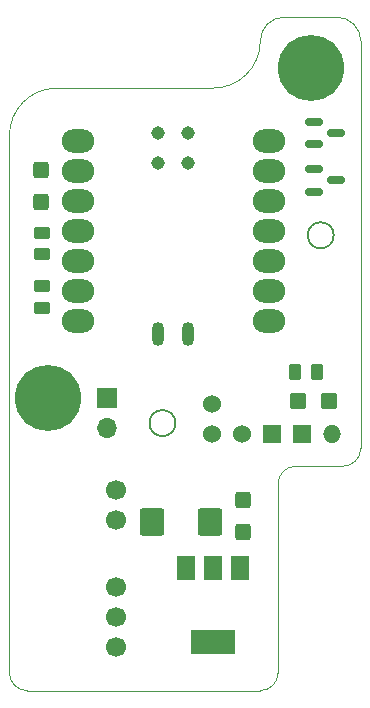
<source format=gbs>
G04 #@! TF.GenerationSoftware,KiCad,Pcbnew,(6.0.1)*
G04 #@! TF.CreationDate,2022-03-21T13:55:18+01:00*
G04 #@! TF.ProjectId,ERC_2022_GripperBoard,4552435f-3230-4323-925f-477269707065,rev?*
G04 #@! TF.SameCoordinates,Original*
G04 #@! TF.FileFunction,Soldermask,Bot*
G04 #@! TF.FilePolarity,Negative*
%FSLAX46Y46*%
G04 Gerber Fmt 4.6, Leading zero omitted, Abs format (unit mm)*
G04 Created by KiCad (PCBNEW (6.0.1)) date 2022-03-21 13:55:18*
%MOMM*%
%LPD*%
G01*
G04 APERTURE LIST*
G04 Aperture macros list*
%AMRoundRect*
0 Rectangle with rounded corners*
0 $1 Rounding radius*
0 $2 $3 $4 $5 $6 $7 $8 $9 X,Y pos of 4 corners*
0 Add a 4 corners polygon primitive as box body*
4,1,4,$2,$3,$4,$5,$6,$7,$8,$9,$2,$3,0*
0 Add four circle primitives for the rounded corners*
1,1,$1+$1,$2,$3*
1,1,$1+$1,$4,$5*
1,1,$1+$1,$6,$7*
1,1,$1+$1,$8,$9*
0 Add four rect primitives between the rounded corners*
20,1,$1+$1,$2,$3,$4,$5,0*
20,1,$1+$1,$4,$5,$6,$7,0*
20,1,$1+$1,$6,$7,$8,$9,0*
20,1,$1+$1,$8,$9,$2,$3,0*%
G04 Aperture macros list end*
G04 #@! TA.AperFunction,Profile*
%ADD10C,0.100000*%
G04 #@! TD*
G04 #@! TA.AperFunction,Profile*
%ADD11C,0.150000*%
G04 #@! TD*
%ADD12C,1.700000*%
%ADD13C,5.600000*%
%ADD14O,1.524000X1.524000*%
%ADD15R,1.524000X1.524000*%
%ADD16C,1.524000*%
%ADD17R,1.700000X1.700000*%
%ADD18O,1.700000X1.700000*%
%ADD19R,1.500000X2.000000*%
%ADD20R,3.800000X2.000000*%
%ADD21RoundRect,0.150000X-0.587500X-0.150000X0.587500X-0.150000X0.587500X0.150000X-0.587500X0.150000X0*%
%ADD22RoundRect,0.250000X0.425000X-0.450000X0.425000X0.450000X-0.425000X0.450000X-0.425000X-0.450000X0*%
%ADD23RoundRect,0.250000X0.450000X0.425000X-0.450000X0.425000X-0.450000X-0.425000X0.450000X-0.425000X0*%
%ADD24RoundRect,0.250000X0.262500X0.450000X-0.262500X0.450000X-0.262500X-0.450000X0.262500X-0.450000X0*%
%ADD25O,2.748280X1.998980*%
%ADD26O,1.016000X2.032000*%
%ADD27C,1.143000*%
%ADD28RoundRect,0.250000X0.450000X-0.262500X0.450000X0.262500X-0.450000X0.262500X-0.450000X-0.262500X0*%
%ADD29RoundRect,0.250000X0.787500X0.925000X-0.787500X0.925000X-0.787500X-0.925000X0.787500X-0.925000X0*%
G04 APERTURE END LIST*
D10*
X157000000Y-67000000D02*
X157000000Y-101500000D01*
D11*
X141305000Y-99355000D02*
G75*
G03*
X141305000Y-99355000I-1100000J0D01*
G01*
D10*
X127250000Y-120500000D02*
G75*
G03*
X128750000Y-122000000I1500001J1D01*
G01*
X144425000Y-70996573D02*
X131250000Y-71000000D01*
X155500000Y-103000000D02*
G75*
G03*
X157000000Y-101500000I-1J1500001D01*
G01*
X150000000Y-120500000D02*
X150000000Y-104500000D01*
X151500000Y-103000000D02*
X155500000Y-103000000D01*
D11*
X154705000Y-83455000D02*
G75*
G03*
X154705000Y-83455000I-1100000J0D01*
G01*
D10*
X157000000Y-67000000D02*
G75*
G03*
X155000000Y-65000000I-1999999J1D01*
G01*
X128750000Y-122000000D02*
X148500000Y-122000000D01*
X131250000Y-71000000D02*
G75*
G03*
X127250000Y-75000000I0J-4000000D01*
G01*
X127250000Y-75000000D02*
X127250000Y-120500000D01*
X151500000Y-103000000D02*
G75*
G03*
X150000000Y-104500000I1J-1500001D01*
G01*
X150500000Y-64996571D02*
G75*
G03*
X148496574Y-66996573I1J-2003430D01*
G01*
X144425000Y-70996573D02*
G75*
G03*
X148496573Y-66996573I70945J3999999D01*
G01*
X148500000Y-122000000D02*
G75*
G03*
X150000000Y-120500000I-1J1500001D01*
G01*
X150500000Y-64996571D02*
X155000000Y-65000000D01*
D12*
X136250000Y-118290000D03*
X136250000Y-115750000D03*
X136250000Y-113210000D03*
D13*
X152750000Y-69250000D03*
D14*
X154535000Y-100285000D03*
D15*
X149455000Y-100285000D03*
X151995000Y-100285000D03*
D16*
X146915000Y-100285000D03*
X144375000Y-100285000D03*
X144375000Y-97745000D03*
D13*
X130500000Y-97250000D03*
D12*
X136250000Y-107520000D03*
X136250000Y-104980000D03*
D17*
X135500000Y-97225000D03*
D18*
X135500000Y-99765000D03*
D19*
X142200000Y-111600000D03*
X144500000Y-111600000D03*
X146800000Y-111600000D03*
D20*
X144500000Y-117900000D03*
D21*
X153012500Y-75750000D03*
X153012500Y-73850000D03*
X154887500Y-74800000D03*
D22*
X129900000Y-80600000D03*
X129900000Y-77900000D03*
D23*
X154350000Y-97500000D03*
X151650000Y-97500000D03*
D24*
X153292500Y-95000000D03*
X151467500Y-95000000D03*
D25*
X149256290Y-75500490D03*
X149256290Y-78040490D03*
X149256290Y-80580490D03*
X149256290Y-83120490D03*
X149256290Y-85660490D03*
X149256290Y-88200490D03*
X149256290Y-90740490D03*
X133091730Y-90740490D03*
X133091730Y-88200490D03*
X133091730Y-85660490D03*
X133091730Y-83120490D03*
X133091730Y-80580490D03*
X133091730Y-78040490D03*
X133091730Y-75500490D03*
D26*
X142389410Y-91818310D03*
X139839410Y-91818310D03*
D27*
X142390607Y-74814123D03*
X139850607Y-74814123D03*
X142390607Y-77354123D03*
X139850607Y-77354123D03*
D22*
X147000000Y-108605000D03*
X147000000Y-105905000D03*
D28*
X130000000Y-85075000D03*
X130000000Y-83250000D03*
X130000000Y-89575000D03*
X130000000Y-87750000D03*
D21*
X153012500Y-79750000D03*
X153012500Y-77850000D03*
X154887500Y-78800000D03*
D29*
X144212500Y-107750000D03*
X139287500Y-107750000D03*
M02*

</source>
